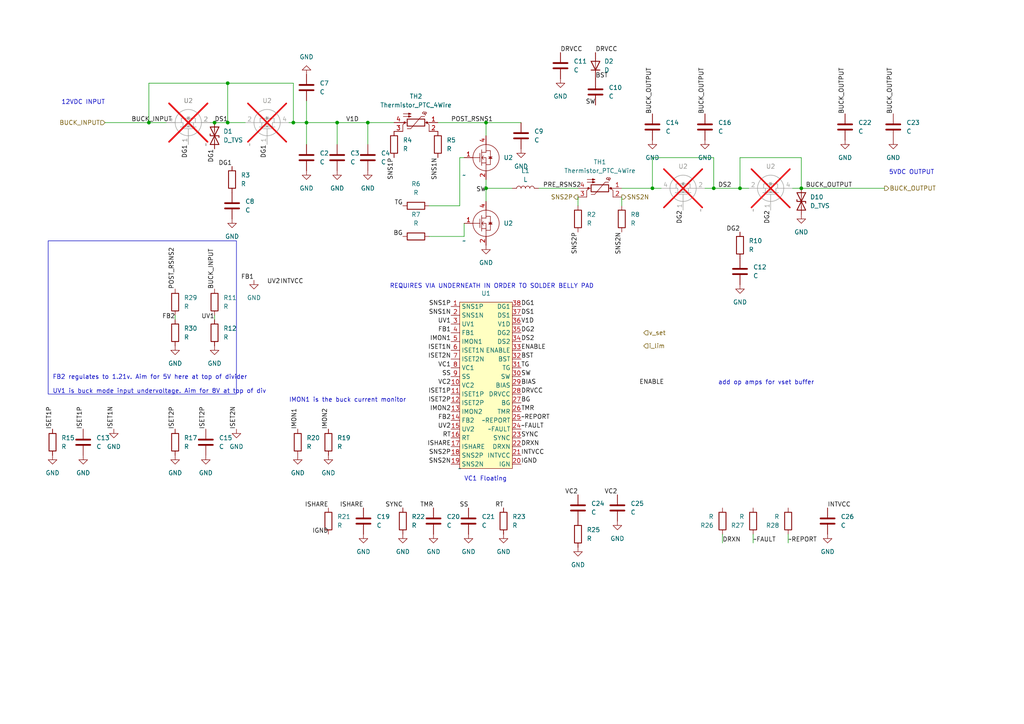
<source format=kicad_sch>
(kicad_sch (version 20230121) (generator eeschema)
  (paper "A4")
  (lib_symbols
    (symbol "Device:C" (pin_numbers hide) (pin_names (offset 0.254))
      (property "Reference" "C" (at 0.635 2.54 0))
      (property "Value" "C" (at 0.635 -2.54 0))
      (symbol "C_0_1"
        (polyline (pts (xy -2.032 -0.762) (xy 2.032 -0.762)) (stroke (width 0.508)))
        (polyline (pts (xy -2.032 0.762) (xy 2.032 0.762)) (stroke (width 0.508)))
      )
      (symbol "C_1_1"
        (pin passive line (at 0 3.81 270) (length 2.794) (name "~") (number "1"))
        (pin passive line (at 0 -3.81 90) (length 2.794) (name "~") (number "2"))
      )
    )
    (symbol "Device:D" (pin_numbers hide) (pin_names (offset 1.016) hide)
      (property "Reference" "D" (at 0 2.54 0))
      (property "Value" "D" (at 0 -2.54 0))
      (symbol "D_0_1"
        (polyline (pts (xy -1.27 1.27) (xy -1.27 -1.27)) (stroke (width 0.254)))
        (polyline (pts (xy 1.27 0) (xy -1.27 0)))
        (polyline (pts (xy 1.27 1.27) (xy 1.27 -1.27) (xy -1.27 0) (xy 1.27 1.27)) (stroke (width 0.254)))
      )
      (symbol "D_1_1"
        (pin passive line (at -3.81 0 0) (length 2.54) (name "K") (number "1"))
        (pin passive line (at 3.81 0 180) (length 2.54) (name "A") (number "2"))
      )
    )
    (symbol "Device:D_TVS" (pin_numbers hide) (pin_names (offset 1.016) hide)
      (property "Reference" "D" (at 0 2.54 0))
      (property "Value" "D_TVS" (at 0 -2.54 0))
      (symbol "D_TVS_0_1"
        (polyline (pts (xy 1.27 0) (xy -1.27 0)))
        (polyline (pts (xy 0.508 1.27) (xy 0 1.27) (xy 0 -1.27) (xy -0.508 -1.27)) (stroke (width 0.254)))
        (polyline (pts (xy -2.54 1.27) (xy -2.54 -1.27) (xy 2.54 1.27) (xy 2.54 -1.27) (xy -2.54 1.27)) (stroke (width 0.254)))
      )
      (symbol "D_TVS_1_1"
        (pin passive line (at -3.81 0 0) (length 2.54) (name "A1") (number "1"))
        (pin passive line (at 3.81 0 180) (length 2.54) (name "A2") (number "2"))
      )
    )
    (symbol "Device:L" (pin_numbers hide) (pin_names (offset 1.016) hide)
      (property "Reference" "L" (at -1.27 0 90))
      (property "Value" "L" (at 1.905 0 90))
      (symbol "L_0_1"
        (arc (start 0 -2.54) (mid 0.6323 -1.905) (end 0 -1.27))
        (arc (start 0 -1.27) (mid 0.6323 -0.635) (end 0 0))
        (arc (start 0 0) (mid 0.6323 0.635) (end 0 1.27))
        (arc (start 0 1.27) (mid 0.6323 1.905) (end 0 2.54))
      )
      (symbol "L_1_1"
        (pin passive line (at 0 3.81 270) (length 1.27) (name "1") (number "1"))
        (pin passive line (at 0 -3.81 90) (length 1.27) (name "2") (number "2"))
      )
    )
    (symbol "Device:R" (pin_numbers hide) (pin_names (offset 0))
      (property "Reference" "R" (at 2.032 0 90))
      (property "Value" "R" (at 0 0 90))
      (symbol "R_0_1"
        (rectangle (start -1.016 -2.54) (end 1.016 2.54) (stroke (width 0.254)))
      )
      (symbol "R_1_1"
        (pin passive line (at 0 3.81 270) (length 1.27) (name "~") (number "1"))
        (pin passive line (at 0 -3.81 90) (length 1.27) (name "~") (number "2"))
      )
    )
    (symbol "Device:Thermistor_PTC_4Wire" (pin_names (offset 0))
      (property "Reference" "TH" (at 1.905 1.905 0))
      (property "Value" "Thermistor_PTC_4Wire" (at 1.905 -0.635 0))
      (symbol "Thermistor_PTC_4Wire_0_1"
        (arc (start -3.048 2.159) (mid -3.0495 2.3143) (end -3.175 2.413))
        (arc (start -3.048 2.159) (mid -2.9736 1.9794) (end -2.794 1.905))
        (arc (start -3.048 2.794) (mid -2.9736 2.6144) (end -2.794 2.54))
        (arc (start -2.794 1.905) (mid -2.6144 1.9794) (end -2.54 2.159))
        (arc (start -2.794 2.54) (mid -2.4393 2.5587) (end -2.159 2.794))
        (arc (start -2.794 3.048) (mid -2.9736 2.9736) (end -3.048 2.794))
        (arc (start -2.54 2.794) (mid -2.6144 2.9736) (end -2.794 3.048))
        (rectangle (start -1.016 2.54) (end 1.016 -2.54) (stroke (width 0.254)))
        (circle (center 0 -3.302) (radius 0.254) (fill (type outline)))
        (polyline (pts (xy -2.54 2.159) (xy -2.54 2.794)))
        (polyline (pts (xy 0 -3.81) (xy 0 -2.54)))
        (polyline (pts (xy 0 3.175) (xy 0 3.175)))
        (polyline (pts (xy 0 3.81) (xy 0 2.54)))
        (polyline (pts (xy 2.54 -3.81) (xy 0.635 -3.81) (xy 0 -3.175)))
        (polyline (pts (xy 2.54 3.81) (xy 0.635 3.81) (xy 0 3.175)))
        (polyline (pts (xy -1.778 2.54) (xy -1.778 1.524) (xy 1.778 -1.524) (xy 1.778 -2.54)))
        (polyline (pts (xy -2.54 -3.683) (xy -2.54 -1.397) (xy -2.794 -2.159) (xy -2.286 -2.159) (xy -2.54 -1.397) (xy -2.54 -1.651)) (fill (type outline)))
        (polyline (pts (xy -1.778 -3.683) (xy -1.778 -1.397) (xy -2.032 -2.159) (xy -1.524 -2.159) (xy -1.778 -1.397) (xy -1.778 -1.651)) (fill (type outline)))
        (circle (center 0 3.175) (radius 0.254) (fill (type outline)))
      )
      (symbol "Thermistor_PTC_4Wire_1_1"
        (pin passive line (at 0 6.35 270) (length 2.54) (name "~") (number "1"))
        (pin passive line (at 2.54 6.35 270) (length 2.54) (name "~") (number "2"))
        (pin passive line (at 2.54 -6.35 90) (length 2.54) (name "~") (number "3"))
        (pin passive line (at 0 -6.35 90) (length 2.54) (name "~") (number "4"))
      )
    )
    (symbol "my parts:IPB032N10N5"
      (property "Reference" "U" (at 0 0 0))
      (symbol "IPB032N10N5_0_1"
        (polyline (pts (xy 4.572 6.35) (xy 4.572 3.81)))
        (polyline (pts (xy 5.08 7.366) (xy 5.08 2.794)))
        (polyline (pts (xy 6.35 3.556) (xy 5.08 3.556)))
        (polyline (pts (xy 6.35 6.604) (xy 5.08 6.604)))
        (polyline (pts (xy 6.35 6.604) (xy 6.35 8.89)))
        (polyline (pts (xy 2.54 5.08) (xy 4.318 5.08) (xy 4.572 5.08)))
        (polyline (pts (xy 7.62 5.334) (xy 7.62 7.112) (xy 6.35 7.112)))
        (polyline (pts (xy 8.128 5.334) (xy 7.112 5.334) (xy 7.62 5.334)))
        (polyline (pts (xy 6.35 1.27) (xy 6.35 5.08) (xy 5.08 5.08) (xy 5.588 5.588) (xy 5.08 5.08) (xy 5.588 4.572)))
        (polyline (pts (xy 6.35 3.048) (xy 7.62 3.048) (xy 7.62 4.826) (xy 8.128 4.826) (xy 7.62 5.334) (xy 7.112 4.826) (xy 7.62 4.826) (xy 7.62 5.334) (xy 7.874 5.08) (xy 7.62 4.826) (xy 7.366 5.08) (xy 7.366 4.826) (xy 7.874 4.826) (xy 7.874 5.08) (xy 7.366 5.08)))
        (circle (center 6.35 5.08) (radius 3.81))
      )
      (symbol "IPB032N10N5_1_1"
        (pin input line (at 0 5.08 0) (length 2.54) (name "") (number "1"))
        (pin input line (at 6.35 -1.27 90) (length 2.54) (name "") (number "2"))
        (pin input line (at 6.35 -1.27 90) (length 2.54) hide (name "") (number "3"))
        (pin input line (at 6.35 11.43 270) (length 2.54) (name "") (number "4"))
        (pin input line (at 6.35 -1.27 90) (length 2.54) hide (name "") (number "5"))
        (pin input line (at 6.35 -1.27 90) (length 2.54) hide (name "") (number "6"))
        (pin input line (at 6.35 -1.27 90) (length 2.54) hide (name "") (number "7"))
      )
    )
    (symbol "my parts:LT8228"
      (property "Reference" "U" (at 0 0 0))
      (symbol "LT8228_1_1"
        (rectangle (start 0 48.26) (end 15.24 0) (fill (type background)))
        (pin input line (at -2.54 46.99 0) (length 2.54) (name "SNS1P") (number "1"))
        (pin input line (at -2.54 24.13 0) (length 2.54) (name "VC2") (number "10"))
        (pin input line (at -2.54 21.59 0) (length 2.54) (name "ISET1P") (number "11"))
        (pin input line (at -2.54 19.05 0) (length 2.54) (name "ISET2P") (number "12"))
        (pin input line (at -2.54 16.51 0) (length 2.54) (name "IMON2") (number "13"))
        (pin input line (at -2.54 13.97 0) (length 2.54) (name "FB2") (number "14"))
        (pin input line (at -2.54 11.43 0) (length 2.54) (name "UV2") (number "15"))
        (pin input line (at -2.54 8.89 0) (length 2.54) (name "RT") (number "16"))
        (pin input line (at -2.54 6.35 0) (length 2.54) (name "ISHARE") (number "17"))
        (pin input line (at -2.54 3.81 0) (length 2.54) (name "SNS2P") (number "18"))
        (pin input line (at -2.54 1.27 0) (length 2.54) (name "SNS2N") (number "19"))
        (pin input line (at -2.54 44.45 0) (length 2.54) (name "SNS1N") (number "2"))
        (pin input line (at 17.78 1.27 180) (length 2.54) (name "IGN") (number "20"))
        (pin input line (at 17.78 3.81 180) (length 2.54) (name "INTVCC") (number "21"))
        (pin input line (at 17.78 6.35 180) (length 2.54) (name "DRXN") (number "22"))
        (pin input line (at 17.78 8.89 180) (length 2.54) (name "SYNC") (number "23"))
        (pin input line (at 17.78 11.43 180) (length 2.54) (name "~FAULT") (number "24"))
        (pin input line (at 17.78 13.97 180) (length 2.54) (name "~REPORT") (number "25"))
        (pin input line (at 17.78 16.51 180) (length 2.54) (name "TMR") (number "26"))
        (pin input line (at 17.78 19.05 180) (length 2.54) (name "BG") (number "27"))
        (pin input line (at 17.78 21.59 180) (length 2.54) (name "DRVCC") (number "28"))
        (pin input line (at 17.78 24.13 180) (length 2.54) (name "BIAS") (number "29"))
        (pin input line (at -2.54 41.91 0) (length 2.54) (name "UV1") (number "3"))
        (pin input line (at 17.78 26.67 180) (length 2.54) (name "SW") (number "30"))
        (pin input line (at 17.78 29.21 180) (length 2.54) (name "TG") (number "31"))
        (pin input line (at 17.78 31.75 180) (length 2.54) (name "BST") (number "32"))
        (pin input line (at 17.78 34.29 180) (length 2.54) (name "ENABLE") (number "33"))
        (pin input line (at 17.78 36.83 180) (length 2.54) (name "DS2") (number "34"))
        (pin input line (at 17.78 39.37 180) (length 2.54) (name "DG2") (number "35"))
        (pin input line (at 17.78 41.91 180) (length 2.54) (name "V1D") (number "36"))
        (pin input line (at 17.78 44.45 180) (length 2.54) (name "DS1") (number "37"))
        (pin input line (at 17.78 46.99 180) (length 2.54) (name "DG1") (number "38"))
        (pin input line (at -2.54 39.37 0) (length 2.54) (name "FB1") (number "4"))
        (pin input line (at -2.54 36.83 0) (length 2.54) (name "IMON1") (number "5"))
        (pin input line (at -2.54 34.29 0) (length 2.54) (name "ISET1N") (number "6"))
        (pin input line (at -2.54 31.75 0) (length 2.54) (name "ISET2N") (number "7"))
        (pin input line (at -2.54 29.21 0) (length 2.54) (name "VC1") (number "8"))
        (pin input line (at -2.54 26.67 0) (length 2.54) (name "SS") (number "9"))
      )
    )
    (symbol "power:GND" (power) (pin_names (offset 0))
      (property "Value" "GND" (at 0 -3.81 0))
      (symbol "GND_0_1"
        (polyline (pts (xy 0 0) (xy 0 -1.27) (xy 1.27 -1.27) (xy 0 -2.54) (xy -1.27 -1.27) (xy 0 -1.27)))
      )
      (symbol "GND_1_1"
        (pin power_in line (at 0 0 270) (length 0) hide (name "GND") (number "1"))
      )
    )
  )
  (junction (at 207.01 54.61))
  (junction (at 85.09 35.56))
  (junction (at 43.18 35.56))
  (junction (at 66.04 35.56))
  (junction (at 66.04 24.13))
  (junction (at 189.23 54.61))
  (junction (at 232.41 54.61))
  (junction (at 214.63 54.61))
  (junction (at 140.97 54.61))
  (junction (at 88.9 35.56))
  (junction (at 106.68 35.56))
  (junction (at 140.97 35.56))
  (junction (at 97.79 35.56))
  (junction (at 62.23 35.56))
  (wire (pts (xy 43.18 35.56) (xy 48.26 35.56)))
  (wire (pts (xy 207.01 54.61) (xy 214.63 54.61)))
  (wire (pts (xy 106.68 35.56) (xy 114.3 35.56)))
  (wire (pts (xy 106.68 35.56) (xy 106.68 41.91)))
  (wire (pts (xy 43.18 35.56) (xy 43.18 24.13)))
  (wire (pts (xy 167.64 59.69) (xy 167.64 57.15)))
  (wire (pts (xy 97.79 35.56) (xy 97.79 41.91)))
  (wire (pts (xy 88.9 29.21) (xy 88.9 35.56)))
  (wire (pts (xy 66.04 35.56) (xy 66.04 24.13)))
  (wire (pts (xy 189.23 54.61) (xy 189.23 45.72)))
  (wire (pts (xy 62.23 91.44) (xy 62.23 92.71)))
  (wire (pts (xy 189.23 54.61) (xy 191.77 54.61)))
  (wire (pts (xy 140.97 35.56) (xy 151.13 35.56)))
  (wire (pts (xy 134.62 45.72) (xy 133.35 45.72)))
  (wire (pts (xy 133.35 45.72) (xy 133.35 59.69)))
  (wire (pts (xy 214.63 45.72) (xy 232.41 45.72)))
  (wire (pts (xy 209.55 157.48) (xy 209.55 154.94)))
  (wire (pts (xy 140.97 35.56) (xy 140.97 39.37)))
  (wire (pts (xy 156.21 54.61) (xy 167.64 54.61)))
  (wire (pts (xy 30.48 35.56) (xy 43.18 35.56)))
  (wire (pts (xy 189.23 45.72) (xy 207.01 45.72)))
  (wire (pts (xy 140.97 54.61) (xy 148.59 54.61)))
  (wire (pts (xy 133.35 59.69) (xy 124.46 59.69)))
  (wire (pts (xy 228.6 154.94) (xy 228.6 157.48)))
  (wire (pts (xy 180.34 59.69) (xy 180.34 57.15)))
  (wire (pts (xy 50.8 91.44) (xy 50.8 92.71)))
  (wire (pts (xy 229.87 54.61) (xy 232.41 54.61)))
  (wire (pts (xy 180.34 54.61) (xy 189.23 54.61)))
  (wire (pts (xy 204.47 54.61) (xy 207.01 54.61)))
  (wire (pts (xy 97.79 35.56) (xy 106.68 35.56)))
  (wire (pts (xy 232.41 54.61) (xy 256.54 54.61)))
  (wire (pts (xy 214.63 54.61) (xy 217.17 54.61)))
  (wire (pts (xy 88.9 35.56) (xy 97.79 35.56)))
  (wire (pts (xy 127 35.56) (xy 140.97 35.56)))
  (wire (pts (xy 134.62 68.58) (xy 134.62 64.77)))
  (wire (pts (xy 140.97 52.07) (xy 140.97 54.61)))
  (wire (pts (xy 66.04 24.13) (xy 85.09 24.13)))
  (wire (pts (xy 85.09 35.56) (xy 85.09 24.13)))
  (wire (pts (xy 60.96 35.56) (xy 62.23 35.56)))
  (wire (pts (xy 124.46 68.58) (xy 134.62 68.58)))
  (wire (pts (xy 218.44 154.94) (xy 218.44 157.48)))
  (wire (pts (xy 88.9 35.56) (xy 88.9 41.91)))
  (wire (pts (xy 43.18 24.13) (xy 66.04 24.13)))
  (wire (pts (xy 232.41 45.72) (xy 232.41 54.61)))
  (wire (pts (xy 214.63 45.72) (xy 214.63 54.61)))
  (wire (pts (xy 207.01 45.72) (xy 207.01 54.61)))
  (wire (pts (xy 140.97 54.61) (xy 140.97 58.42)))
  (wire (pts (xy 62.23 35.56) (xy 66.04 35.56)))
  (wire (pts (xy 85.09 35.56) (xy 88.9 35.56)))
  (wire (pts (xy 66.04 35.56) (xy 71.12 35.56)))
  (wire (pts (xy 83.82 35.56) (xy 85.09 35.56)))
  (rectangle (start 13.97 69.85) (end 68.58 114.3))
  (text "FB2 regulates to 1.21v. Aim for 5V here at top of divider\n\nUV1 is buck mode input undervoltage. Aim for 8V at top of div" (at 15.24 114.3 0) (effects (font (size 1.27 1.27)) (justify left bottom)))
  (text "VC1 Floating\n" (at 134.62 139.7 0) (effects (font (size 1.27 1.27)) (justify left bottom)))
  (text "REQUIRES VIA UNDERNEATH IN ORDER TO SOLDER BELLY PAD" (at 113.03 83.82 0) (effects (font (size 1.27 1.27)) (justify left bottom)))
  (text "add op amps for vset buffer" (at 208.28 111.76 0) (effects (font (size 1.27 1.27)) (justify left bottom)))
  (text "5VDC OUTPUT\n" (at 257.81 50.8 0) (effects (font (size 1.27 1.27)) (justify left bottom)))
  (text "IMON1 is the buck current monitor" (at 83.82 116.84 0) (effects (font (size 1.27 1.27)) (justify left bottom)))
  (text "12VDC INPUT" (at 17.78 30.48 0) (effects (font (size 1.27 1.27)) (justify left bottom)))
  (label "UV2" (at 81.28 82.55 180))
  (label "TMR" (at 151.13 119.38 0))
  (label "ISET2N" (at 68.58 124.46 90))
  (label "BUCK_OUTPUT" (at 259.08 33.02 90))
  (label "DS1" (at 151.13 91.44 0))
  (label "DRXN" (at 151.13 129.54 0))
  (label "V1D" (at 151.13 93.98 0))
  (label "PRE_RSNS2" (at 157.48 54.61 0))
  (label "ENABLE" (at 185.42 111.76 0))
  (label "ISHARE" (at 95.25 147.32 180))
  (label "BST" (at 151.13 104.14 0))
  (label "~REPORT" (at 228.6 157.48 0))
  (label "DG1" (at 151.13 88.9 0))
  (label "DG1" (at 77.47 41.91 270))
  (label "FB2" (at 130.81 121.92 180))
  (label "ISET2N" (at 130.81 104.14 180))
  (label "DG1" (at 54.61 41.91 270))
  (label "DG2" (at 198.12 60.96 270))
  (label "ISHARE" (at 130.81 129.54 180))
  (label "~FAULT" (at 151.13 124.46 0))
  (label "TG" (at 151.13 106.68 0))
  (label "IGND" (at 95.25 154.94 180))
  (label "FB1" (at 130.81 96.52 180))
  (label "ISET2P" (at 50.8 124.46 90))
  (label "UV2" (at 130.81 124.46 180))
  (label "SS" (at 135.89 147.32 180))
  (label "ISET1P" (at 24.13 124.46 90))
  (label "ISET1N" (at 33.02 124.46 90))
  (label "SW" (at 151.13 109.22 0))
  (label "VC2" (at 167.64 143.51 180))
  (label "INTVCC" (at 240.03 147.32 0))
  (label "DG1" (at 67.31 48.26 180))
  (label "POST_RSNS1" (at 130.81 35.56 0))
  (label "~REPORT" (at 151.13 121.92 0))
  (label "BIAS" (at 151.13 111.76 0))
  (label "TG" (at 116.84 59.69 180))
  (label "VC2" (at 179.07 143.51 180))
  (label "UV1" (at 130.81 93.98 180))
  (label "IGND" (at 151.13 134.62 0))
  (label "DG2" (at 223.52 60.96 270))
  (label "DS1" (at 62.23 35.56 0))
  (label "ISET1P" (at 130.81 114.3 180))
  (label "FB2" (at 50.8 92.71 180))
  (label "SNS2N" (at 180.34 67.31 270))
  (label "ISET1N" (at 130.81 101.6 180))
  (label "DG2" (at 214.63 67.31 180))
  (label "SNS1P" (at 130.81 88.9 180))
  (label "RT" (at 146.05 147.32 180))
  (label "UV1" (at 62.23 92.71 180))
  (label "DRVCC" (at 151.13 114.3 0))
  (label "SNS1N" (at 130.81 91.44 180))
  (label "SS" (at 130.81 109.22 180))
  (label "TMR" (at 125.73 147.32 180))
  (label "SNS1P" (at 114.3 45.72 270))
  (label "SNS2N" (at 130.81 134.62 180))
  (label "INTVCC" (at 151.13 132.08 0))
  (label "BG" (at 116.84 68.58 180))
  (label "BUCK_INPUT" (at 62.23 83.82 90))
  (label "SYNC" (at 116.84 147.32 180))
  (label "IMON2" (at 95.25 124.46 90))
  (label "SNS2P" (at 130.81 132.08 180))
  (label "ISET2P" (at 130.81 116.84 180))
  (label "POST_RSNS2" (at 50.8 83.82 90))
  (label "FB1" (at 73.66 81.28 180))
  (label "INTVCC" (at 81.28 82.55 0))
  (label "SYNC" (at 151.13 127 0))
  (label "ISHARE" (at 105.41 147.32 180))
  (label "DG2" (at 151.13 96.52 0))
  (label "BG" (at 151.13 116.84 0))
  (label "DRVCC" (at 172.72 15.24 0))
  (label "ISET1P" (at 15.24 124.46 90))
  (label "BUCK_OUTPUT" (at 233.68 54.61 0))
  (label "DRXN" (at 209.55 157.48 0))
  (label "V1D" (at 100.33 35.56 0))
  (label "ISET2P" (at 59.69 124.46 90))
  (label "DS2" (at 151.13 99.06 0))
  (label "SNS2P" (at 167.64 67.31 270))
  (label "BUCK_OUTPUT" (at 245.11 33.02 90))
  (label "ENABLE" (at 151.13 101.6 0))
  (label "BST" (at 172.72 22.86 0))
  (label "BUCK_INPUT" (at 38.1 35.56 0))
  (label "SNS1N" (at 127 45.72 270))
  (label "DG1" (at 62.23 43.18 270))
  (label "BUCK_OUTPUT" (at 204.47 33.02 90))
  (label "VC1" (at 130.81 106.68 180))
  (label "VC2" (at 130.81 111.76 180))
  (label "~FAULT" (at 218.44 157.48 0))
  (label "DRVCC" (at 162.56 15.24 0))
  (label "IMON1" (at 86.36 124.46 90))
  (label "BUCK_OUTPUT" (at 189.23 33.02 90))
  (label "IMON2" (at 130.81 119.38 180))
  (label "DS2" (at 208.28 54.61 0))
  (label "RT" (at 130.81 127 180))
  (label "SW" (at 172.72 30.48 180))
  (label "SW" (at 140.97 55.88 180))
  (label "IMON1" (at 130.81 99.06 180))
  (hierarchical_label "v_set" (shape input) (at 186.69 96.52 0))
  (hierarchical_label "SNS2N" (shape output) (at 180.34 57.15 0))
  (hierarchical_label "SNS2P" (shape output) (at 167.64 57.15 180))
  (hierarchical_label "BUCK_OUTPUT" (shape output) (at 256.54 54.61 0))
  (hierarchical_label "BUCK_INPUT" (shape input) (at 30.48 35.56 180))
  (hierarchical_label "i_lim" (shape input) (at 186.69 100.33 0))
  (symbol (lib_id "Device:C") (at 135.89 151.13 0) (unit 1)
    (property "Reference" "C21" (at 139.7 149.86 0) (effects (justify left)))
    (property "Value" "C" (at 139.7 152.4 0) (effects (justify left)))
    (property "Footprint" "Capacitor_SMD:C_0603_1608Metric_Pad1.08x0.95mm_HandSolder" (effects hide))
  )
  (symbol (lib_id "Device:C") (at 106.68 45.72 0) (unit 1)
    (property "Reference" "C4" (at 110.49 44.45 0) (effects (justify left)))
    (property "Value" "C" (at 110.49 46.99 0) (effects (justify left)))
    (property "Footprint" "Capacitor_SMD:C_2220_5650Metric_Pad1.97x5.40mm_HandSolder" (effects hide))
  )
  (symbol (lib_id "Device:C") (at 67.31 59.69 0) (unit 1)
    (property "Reference" "C8" (at 71.12 58.42 0) (effects (justify left)))
    (property "Value" "C" (at 71.12 60.96 0) (effects (justify left)))
    (property "Footprint" "Capacitor_SMD:C_0603_1608Metric_Pad1.08x0.95mm_HandSolder" (effects hide))
  )
  (symbol (lib_id "power:GND") (at 125.73 154.94 0) (unit 1)
    (property "Reference" "#PWR029" (effects hide))
    (property "Value" "GND" (at 125.73 160.02 0))
  )
  (symbol (lib_id "Device:R") (at 218.44 151.13 0) (unit 1)
    (property "Reference" "R27" (at 215.9 152.4 0) (effects (justify right)))
    (property "Value" "R" (at 215.9 149.86 0) (effects (justify right)))
    (property "Footprint" "Resistor_SMD:R_0603_1608Metric_Pad0.98x0.95mm_HandSolder" (effects hide))
  )
  (symbol (lib_id "power:GND") (at 95.25 132.08 0) (unit 1)
    (property "Reference" "#PWR025" (effects hide))
    (property "Value" "GND" (at 95.25 137.16 0))
  )
  (symbol (lib_id "Device:R") (at 15.24 128.27 180) (unit 1)
    (property "Reference" "R15" (at 17.78 127 0) (effects (justify right)))
    (property "Value" "R" (at 17.78 129.54 0) (effects (justify right)))
    (property "Footprint" "Resistor_SMD:R_0603_1608Metric_Pad0.98x0.95mm_HandSolder" (effects hide))
  )
  (symbol (lib_id "Device:R") (at 180.34 63.5 0) (unit 1)
    (property "Reference" "R8" (at 182.88 62.23 0) (effects (justify left)))
    (property "Value" "R" (at 182.88 64.77 0) (effects (justify left)))
    (property "Footprint" "Resistor_SMD:R_0603_1608Metric_Pad0.98x0.95mm_HandSolder" (effects hide))
  )
  (symbol (lib_id "Device:C") (at 162.56 19.05 0) (unit 1)
    (property "Reference" "C11" (at 166.37 17.78 0) (effects (justify left)))
    (property "Value" "C" (at 166.37 20.32 0) (effects (justify left)))
    (property "Footprint" "Capacitor_SMD:C_0603_1608Metric_Pad1.08x0.95mm_HandSolder" (effects hide))
  )
  (symbol (lib_id "Device:C") (at 179.07 147.32 0) (unit 1)
    (property "Reference" "C25" (at 182.88 146.05 0) (effects (justify left)))
    (property "Value" "C" (at 182.88 148.59 0) (effects (justify left)))
    (property "Footprint" "Capacitor_SMD:C_0603_1608Metric_Pad1.08x0.95mm_HandSolder" (effects hide))
  )
  (symbol (lib_id "Device:Thermistor_PTC_4Wire") (at 173.99 54.61 270) (unit 1)
    (property "Reference" "TH1" (at 173.99 46.99 90))
    (property "Value" "Thermistor_PTC_4Wire" (at 173.99 49.53 90))
    (property "Footprint" "Resistor_SMD:R_Shunt_Vishay_WSKW0612" (effects hide))
  )
  (symbol (lib_id "power:GND") (at 50.8 132.08 0) (unit 1)
    (property "Reference" "#PWR019" (effects hide))
    (property "Value" "GND" (at 50.8 137.16 0))
  )
  (symbol (lib_id "power:GND") (at 97.79 49.53 0) (unit 1)
    (property "Reference" "#PWR03" (effects hide))
    (property "Value" "GND" (at 97.79 54.61 0))
  )
  (symbol (lib_id "Device:C") (at 125.73 151.13 0) (unit 1)
    (property "Reference" "C20" (at 129.54 149.86 0) (effects (justify left)))
    (property "Value" "C" (at 129.54 152.4 0) (effects (justify left)))
    (property "Footprint" "Capacitor_SMD:C_0603_1608Metric_Pad1.08x0.95mm_HandSolder" (effects hide))
  )
  (symbol (lib_id "Device:C") (at 24.13 128.27 0) (unit 1)
    (property "Reference" "C13" (at 27.94 127 0) (effects (justify left)))
    (property "Value" "C" (at 27.94 129.54 0) (effects (justify left)))
    (property "Footprint" "Capacitor_SMD:C_0603_1608Metric_Pad1.08x0.95mm_HandSolder" (effects hide))
  )
  (symbol (lib_id "Device:R") (at 116.84 151.13 180) (unit 1)
    (property "Reference" "R22" (at 119.38 149.86 0) (effects (justify right)))
    (property "Value" "R" (at 119.38 152.4 0) (effects (justify right)))
    (property "Footprint" "Resistor_SMD:R_0603_1608Metric_Pad0.98x0.95mm_HandSolder" (effects hide))
  )
  (symbol (lib_id "Device:C") (at 88.9 45.72 0) (unit 1)
    (property "Reference" "C2" (at 92.71 44.45 0) (effects (justify left)))
    (property "Value" "C" (at 92.71 46.99 0) (effects (justify left)))
    (property "Footprint" "Capacitor_SMD:C_2220_5650Metric_Pad1.97x5.40mm_HandSolder" (effects hide))
  )
  (symbol (lib_id "Device:C") (at 151.13 39.37 0) (unit 1)
    (property "Reference" "C9" (at 154.94 38.1 0) (effects (justify left)))
    (property "Value" "C" (at 154.94 40.64 0) (effects (justify left)))
    (property "Footprint" "Capacitor_SMD:C_0603_1608Metric_Pad1.08x0.95mm_HandSolder" (effects hide))
  )
  (symbol (lib_id "Device:C") (at 204.47 36.83 0) (unit 1)
    (property "Reference" "C16" (at 208.28 35.56 0) (effects (justify left)))
    (property "Value" "C" (at 208.28 38.1 0) (effects (justify left)))
    (property "Footprint" "Capacitor_SMD:C_2220_5650Metric_Pad1.97x5.40mm_HandSolder" (effects hide))
  )
  (symbol (lib_id "power:GND") (at 116.84 154.94 0) (unit 1)
    (property "Reference" "#PWR028" (effects hide))
    (property "Value" "GND" (at 116.84 160.02 0))
  )
  (symbol (lib_id "my parts:IPB032N10N5") (at 134.62 50.8 0) (unit 1)
    (property "Reference" "U2" (at 146.05 45.72 0) (effects (justify left)))
    (property "Value" "~" (at 134.62 50.8 0))
    (property "Footprint" "Package_TO_SOT_SMD:TO-263-6" (effects hide))
    (instances (project "hp_common_slot" (path "" (reference "U2") (unit 1)) (path "" (reference "U1") (unit 1)) (path "" (reference "U6") (unit 1))))
  )
  (symbol (lib_id "Device:C") (at 105.41 151.13 0) (unit 1)
    (property "Reference" "C19" (at 109.22 149.86 0) (effects (justify left)))
    (property "Value" "C" (at 109.22 152.4 0) (effects (justify left)))
    (property "Footprint" "Capacitor_SMD:C_0603_1608Metric_Pad1.08x0.95mm_HandSolder" (effects hide))
  )
  (symbol (lib_id "power:GND") (at 167.64 158.75 0) (unit 1)
    (property "Reference" "#PWR034" (effects hide))
    (property "Value" "GND" (at 167.64 163.83 0))
  )
  (symbol (lib_id "Device:C") (at 259.08 36.83 0) (unit 1)
    (property "Reference" "C23" (at 262.89 35.56 0) (effects (justify left)))
    (property "Value" "C" (at 262.89 38.1 0) (effects (justify left)))
    (property "Footprint" "Capacitor_SMD:C_2220_5650Metric_Pad1.97x5.40mm_HandSolder" (effects hide))
  )
  (symbol (lib_id "Device:L") (at 152.4 54.61 90) (unit 1)
    (property "Reference" "L1" (at 152.4 49.53 90))
    (property "Value" "L" (at 152.4 52.07 90))
    (property "Footprint" "Inductor_SMD:L_Coilcraft_XAL1580-102" (effects hide))
  )
  (symbol (lib_id "Device:R") (at 167.64 154.94 180) (unit 1)
    (property "Reference" "R25" (at 170.18 153.67 0) (effects (justify right)))
    (property "Value" "R" (at 170.18 156.21 0) (effects (justify right)))
    (property "Footprint" "Resistor_SMD:R_0603_1608Metric_Pad0.98x0.95mm_HandSolder" (effects hide))
  )
  (symbol (lib_id "Device:R") (at 95.25 151.13 180) (unit 1)
    (property "Reference" "R21" (at 97.79 149.86 0) (effects (justify right)))
    (property "Value" "R" (at 97.79 152.4 0) (effects (justify right)))
    (property "Footprint" "Resistor_SMD:R_0603_1608Metric_Pad0.98x0.95mm_HandSolder" (effects hide))
  )
  (symbol (lib_id "Device:R") (at 209.55 151.13 0) (unit 1)
    (property "Reference" "R26" (at 207.01 152.4 0) (effects (justify right)))
    (property "Value" "R" (at 207.01 149.86 0) (effects (justify right)))
    (property "Footprint" "Resistor_SMD:R_0603_1608Metric_Pad0.98x0.95mm_HandSolder" (effects hide))
  )
  (symbol (lib_id "my parts:LT8228") (at 133.35 135.89 0) (unit 1)
    (property "Reference" "U1" (at 140.97 85.09 0))
    (property "Value" "~" (at 133.35 135.89 0))
    (property "Footprint" "Package_SO:TSSOP-38_4.4x9.7mm_P0.5mm" (effects hide))
    (instances (project "hp_common_slot" (path "" (reference "U1") (unit 1)) (path "" (reference "U2") (unit 1)) (path "" (reference "U4") (unit 1))))
  )
  (symbol (lib_id "power:GND") (at 59.69 132.08 0) (unit 1)
    (property "Reference" "#PWR020" (effects hide))
    (property "Value" "GND" (at 59.69 137.16 0))
  )
  (symbol (lib_id "power:GND") (at 151.13 43.18 0) (unit 1)
    (property "Reference" "#PWR010" (effects hide))
    (property "Value" "GND" (at 151.13 48.26 0))
  )
  (symbol (lib_id "Device:R") (at 86.36 128.27 180) (unit 1)
    (property "Reference" "R20" (at 88.9 127 0) (effects (justify right)))
    (property "Value" "R" (at 88.9 129.54 0) (effects (justify right)))
    (property "Footprint" "Resistor_SMD:R_0603_1608Metric_Pad0.98x0.95mm_HandSolder" (effects hide))
  )
  (symbol (lib_id "Device:C") (at 245.11 36.83 0) (unit 1)
    (property "Reference" "C22" (at 248.92 35.56 0) (effects (justify left)))
    (property "Value" "C" (at 248.92 38.1 0) (effects (justify left)))
    (property "Footprint" "Capacitor_SMD:C_2220_5650Metric_Pad1.97x5.40mm_HandSolder" (effects hide))
  )
  (symbol (lib_id "power:GND") (at 204.47 40.64 0) (unit 1)
    (property "Reference" "#PWR018" (effects hide))
    (property "Value" "GND" (at 204.47 45.72 0))
  )
  (symbol (lib_id "power:GND") (at 67.31 63.5 0) (unit 1)
    (property "Reference" "#PWR09" (effects hide))
    (property "Value" "GND" (at 67.31 68.58 0))
  )
  (symbol (lib_id "Device:R") (at 127 41.91 0) (unit 1)
    (property "Reference" "R5" (at 129.54 40.64 0) (effects (justify left)))
    (property "Value" "R" (at 129.54 43.18 0) (effects (justify left)))
    (property "Footprint" "Resistor_SMD:R_0603_1608Metric_Pad0.98x0.95mm_HandSolder" (effects hide))
  )
  (symbol (lib_id "Device:C") (at 59.69 128.27 0) (unit 1)
    (property "Reference" "C15" (at 63.5 127 0) (effects (justify left)))
    (property "Value" "C" (at 63.5 129.54 0) (effects (justify left)))
    (property "Footprint" "Capacitor_SMD:C_0603_1608Metric_Pad1.08x0.95mm_HandSolder" (effects hide))
  )
  (symbol (lib_id "power:GND") (at 232.41 62.23 0) (unit 1)
    (property "Reference" "#PWR01" (effects hide))
    (property "Value" "GND" (at 232.41 67.31 0))
  )
  (symbol (lib_id "Device:C") (at 172.72 26.67 0) (unit 1)
    (property "Reference" "C10" (at 176.53 25.4 0) (effects (justify left)))
    (property "Value" "C" (at 176.53 27.94 0) (effects (justify left)))
    (property "Footprint" "Capacitor_SMD:C_0603_1608Metric_Pad1.08x0.95mm_HandSolder" (effects hide))
  )
  (symbol (lib_id "Device:C") (at 97.79 45.72 0) (unit 1)
    (property "Reference" "C3" (at 101.6 44.45 0) (effects (justify left)))
    (property "Value" "C" (at 101.6 46.99 0) (effects (justify left)))
    (property "Footprint" "Capacitor_SMD:C_2220_5650Metric_Pad1.97x5.40mm_HandSolder" (effects hide))
  )
  (symbol (lib_id "power:GND") (at 15.24 132.08 0) (unit 1)
    (property "Reference" "#PWR015" (effects hide))
    (property "Value" "GND" (at 15.24 137.16 0))
  )
  (symbol (lib_id "power:GND") (at 86.36 132.08 0) (unit 1)
    (property "Reference" "#PWR023" (effects hide))
    (property "Value" "GND" (at 86.36 137.16 0))
  )
  (symbol (lib_id "Device:C") (at 167.64 147.32 0) (unit 1)
    (property "Reference" "C24" (at 171.45 146.05 0) (effects (justify left)))
    (property "Value" "C" (at 171.45 148.59 0) (effects (justify left)))
    (property "Footprint" "Capacitor_SMD:C_0603_1608Metric_Pad1.08x0.95mm_HandSolder" (effects hide))
  )
  (symbol (lib_id "power:GND") (at 105.41 154.94 0) (unit 1)
    (property "Reference" "#PWR027" (effects hide))
    (property "Value" "GND" (at 105.41 160.02 0))
  )
  (symbol (lib_id "power:GND") (at 33.02 124.46 0) (unit 1)
    (property "Reference" "#PWR017" (effects hide))
    (property "Value" "GND" (at 33.02 129.54 0))
  )
  (symbol (lib_id "Device:C") (at 240.03 151.13 0) (unit 1)
    (property "Reference" "C26" (at 243.84 149.86 0) (effects (justify left)))
    (property "Value" "C" (at 243.84 152.4 0) (effects (justify left)))
    (property "Footprint" "Capacitor_SMD:C_0603_1608Metric_Pad1.08x0.95mm_HandSolder" (effects hide))
  )
  (symbol (lib_id "my parts:IPB032N10N5") (at 203.2 60.96 90) (unit 1) (on_board no) (dnp yes)
    (property "Reference" "U2" (at 198.12 48.26 90))
    (property "Value" "~" (at 203.2 60.96 0))
    (property "Footprint" "Package_TO_SOT_SMD:TO-263-6" (effects hide))
    (instances (project "hp_common_slot" (path "" (reference "U2") (unit 1)) (path "" (reference "U1") (unit 1)) (path "" (reference "U8") (unit 1))))
  )
  (symbol (lib_id "power:GND") (at 24.13 132.08 0) (unit 1)
    (property "Reference" "#PWR016" (effects hide))
    (property "Value" "GND" (at 24.13 137.16 0))
  )
  (symbol (lib_id "power:GND") (at 259.08 40.64 0) (unit 1)
    (property "Reference" "#PWR032" (effects hide))
    (property "Value" "GND" (at 259.08 45.72 0))
  )
  (symbol (lib_id "my parts:IPB032N10N5") (at 72.39 41.91 270) (mirror x) (unit 1) (on_board no) (dnp yes)
    (property "Reference" "U2" (at 77.47 29.21 90))
    (property "Value" "~" (at 72.39 41.91 0))
    (property "Footprint" "Package_TO_SOT_SMD:TO-263-6" (effects hide))
    (instances (project "hp_common_slot" (path "" (reference "U2") (unit 1)) (path "" (reference "U1") (unit 1)) (path "" (reference "U5") (unit 1))))
  )
  (symbol (lib_id "my parts:IPB032N10N5") (at 59.69 41.91 90) (unit 1) (on_board no) (dnp yes)
    (property "Reference" "U2" (at 54.61 29.21 90))
    (property "Value" "~" (at 59.69 41.91 0))
    (property "Footprint" "Package_TO_SOT_SMD:TO-263-6" (effects hide))
    (instances (project "hp_common_slot" (path "" (reference "U2") (unit 1)) (path "" (reference "U1") (unit 1)) (path "" (reference "U3") (unit 1))))
  )
  (symbol (lib_id "power:GND") (at 179.07 151.13 0) (unit 1)
    (property "Reference" "#PWR035" (effects hide))
    (property "Value" "GND" (at 179.07 156.21 0))
  )
  (symbol (lib_id "Device:R") (at 146.05 151.13 180) (unit 1)
    (property "Reference" "R23" (at 148.59 149.86 0) (effects (justify right)))
    (property "Value" "R" (at 148.59 152.4 0) (effects (justify right)))
    (property "Footprint" "Resistor_SMD:R_0603_1608Metric_Pad0.98x0.95mm_HandSolder" (effects hide))
  )
  (symbol (lib_id "Device:R") (at 62.23 96.52 180) (unit 1)
    (property "Reference" "R12" (at 64.77 95.25 0) (effects (justify right)))
    (property "Value" "R" (at 64.77 97.79 0) (effects (justify right)))
    (property "Footprint" "Resistor_SMD:R_0603_1608Metric_Pad0.98x0.95mm_HandSolder" (effects hide))
  )
  (symbol (lib_id "power:GND") (at 88.9 49.53 0) (unit 1)
    (property "Reference" "#PWR02" (effects hide))
    (property "Value" "GND" (at 88.9 54.61 0))
  )
  (symbol (lib_id "power:GND") (at 245.11 40.64 0) (unit 1)
    (property "Reference" "#PWR026" (effects hide))
    (property "Value" "GND" (at 245.11 45.72 0))
  )
  (symbol (lib_id "power:GND") (at 68.58 124.46 0) (unit 1)
    (property "Reference" "#PWR021" (effects hide))
    (property "Value" "GND" (at 68.58 129.54 0))
  )
  (symbol (lib_id "power:GND") (at 135.89 154.94 0) (unit 1)
    (property "Reference" "#PWR030" (effects hide))
    (property "Value" "GND" (at 135.89 160.02 0))
  )
  (symbol (lib_id "Device:R") (at 214.63 71.12 180) (unit 1)
    (property "Reference" "R10" (at 217.17 69.85 0) (effects (justify right)))
    (property "Value" "R" (at 217.17 72.39 0) (effects (justify right)))
    (property "Footprint" "Resistor_SMD:R_0603_1608Metric_Pad0.98x0.95mm_HandSolder" (effects hide))
  )
  (symbol (lib_id "Device:R") (at 95.25 128.27 180) (unit 1)
    (property "Reference" "R19" (at 97.79 127 0) (effects (justify right)))
    (property "Value" "R" (at 97.79 129.54 0) (effects (justify right)))
    (property "Footprint" "Resistor_SMD:R_0603_1608Metric_Pad0.98x0.95mm_HandSolder" (effects hide))
  )
  (symbol (lib_id "Device:C") (at 88.9 25.4 0) (unit 1)
    (property "Reference" "C7" (at 92.71 24.13 0) (effects (justify left)))
    (property "Value" "C" (at 92.71 26.67 0) (effects (justify left)))
    (property "Footprint" "Capacitor_SMD:C_2220_5650Metric_Pad1.97x5.40mm_HandSolder" (effects hide))
  )
  (symbol (lib_id "Device:R") (at 50.8 128.27 180) (unit 1)
    (property "Reference" "R17" (at 53.34 127 0) (effects (justify right)))
    (property "Value" "R" (at 53.34 129.54 0) (effects (justify right)))
    (property "Footprint" "Resistor_SMD:R_0603_1608Metric_Pad0.98x0.95mm_HandSolder" (effects hide))
  )
  (symbol (lib_id "my parts:IPB032N10N5") (at 218.44 60.96 270) (mirror x) (unit 1) (on_board no) (dnp yes)
    (property "Reference" "U2" (at 223.52 48.26 90))
    (property "Value" "~" (at 218.44 60.96 0))
    (property "Footprint" "Package_TO_SOT_SMD:TO-263-6" (effects hide))
    (instances (project "hp_common_slot" (path "" (reference "U2") (unit 1)) (path "" (reference "U1") (unit 1)) (path "" (reference "U9") (unit 1))))
  )
  (symbol (lib_id "power:GND") (at 140.97 71.12 0) (unit 1)
    (property "Reference" "#PWR08" (effects hide))
    (property "Value" "GND" (at 140.97 76.2 0))
  )
  (symbol (lib_id "Device:R") (at 228.6 151.13 0) (unit 1)
    (property "Reference" "R28" (at 226.06 152.4 0) (effects (justify right)))
    (property "Value" "R" (at 226.06 149.86 0) (effects (justify right)))
    (property "Footprint" "Resistor_SMD:R_0603_1608Metric_Pad0.98x0.95mm_HandSolder" (effects hide))
  )
  (symbol (lib_id "Device:D_TVS") (at 62.23 39.37 270) (unit 1)
    (property "Reference" "D1" (at 64.77 38.1 90) (effects (justify left)))
    (property "Value" "D_TVS" (at 64.77 40.64 90) (effects (justify left)))
    (property "Footprint" "Diode_SMD:D_0603_1608Metric_Pad1.05x0.95mm_HandSolder" (effects hide))
  )
  (symbol (lib_id "Device:R") (at 67.31 52.07 180) (unit 1)
    (property "Reference" "R3" (at 69.85 50.8 0) (effects (justify right)))
    (property "Value" "R" (at 69.85 53.34 0) (effects (justify right)))
    (property "Footprint" "Resistor_SMD:R_0603_1608Metric_Pad0.98x0.95mm_HandSolder" (effects hide))
  )
  (symbol (lib_id "Device:R") (at 50.8 96.52 180) (unit 1)
    (property "Reference" "R30" (at 53.34 95.25 0) (effects (justify right)))
    (property "Value" "R" (at 53.34 97.79 0) (effects (justify right)))
    (property "Footprint" "Resistor_SMD:R_0603_1608Metric_Pad0.98x0.95mm_HandSolder" (effects hide))
  )
  (symbol (lib_id "Device:Thermistor_PTC_4Wire") (at 120.65 35.56 270) (unit 1)
    (property "Reference" "TH2" (at 120.65 27.94 90))
    (property "Value" "Thermistor_PTC_4Wire" (at 120.65 30.48 90))
    (property "Footprint" "Resistor_SMD:R_Shunt_Vishay_WSKW0612" (effects hide))
  )
  (symbol (lib_id "my parts:IPB032N10N5") (at 134.62 69.85 0) (unit 1)
    (property "Reference" "U2" (at 146.05 64.77 0) (effects (justify left)))
    (property "Value" "~" (at 134.62 69.85 0))
    (property "Footprint" "Package_TO_SOT_SMD:TO-263-6" (effects hide))
    (instances (project "hp_common_slot" (path "" (reference "U2") (unit 1)) (path "" (reference "U1") (unit 1)) (path "" (reference "U7") (unit 1))))
  )
  (symbol (lib_id "power:GND") (at 240.03 154.94 0) (unit 1)
    (property "Reference" "#PWR036" (effects hide))
    (property "Value" "GND" (at 240.03 160.02 0))
  )
  (symbol (lib_id "Device:C") (at 214.63 78.74 0) (unit 1)
    (property "Reference" "C12" (at 218.44 77.47 0) (effects (justify left)))
    (property "Value" "C" (at 218.44 80.01 0) (effects (justify left)))
    (property "Footprint" "Capacitor_SMD:C_0603_1608Metric_Pad1.08x0.95mm_HandSolder" (effects hide))
  )
  (symbol (lib_id "power:GND") (at 162.56 22.86 0) (unit 1)
    (property "Reference" "#PWR011" (effects hide))
    (property "Value" "GND" (at 162.56 27.94 0))
  )
  (symbol (lib_id "power:GND") (at 146.05 154.94 0) (unit 1)
    (property "Reference" "#PWR031" (effects hide))
    (property "Value" "GND" (at 146.05 160.02 0))
  )
  (symbol (lib_id "Device:C") (at 189.23 36.83 0) (unit 1)
    (property "Reference" "C14" (at 193.04 35.56 0) (effects (justify left)))
    (property "Value" "C" (at 193.04 38.1 0) (effects (justify left)))
    (property "Footprint" "Capacitor_SMD:C_2220_5650Metric_Pad1.97x5.40mm_HandSolder" (effects hide))
  )
  (symbol (lib_id "Device:R") (at 50.8 87.63 180) (unit 1)
    (property "Reference" "R29" (at 53.34 86.36 0) (effects (justify right)))
    (property "Value" "R" (at 53.34 88.9 0) (effects (justify right)))
    (property "Footprint" "Resistor_SMD:R_0603_1608Metric_Pad0.98x0.95mm_HandSolder" (effects hide))
  )
  (symbol (lib_id "Device:R") (at 167.64 63.5 180) (unit 1)
    (property "Reference" "R2" (at 170.18 62.23 0) (effects (justify right)))
    (property "Value" "R" (at 170.18 64.77 0) (effects (justify right)))
    (property "Footprint" "Resistor_SMD:R_0603_1608Metric_Pad0.98x0.95mm_HandSolder" (effects hide))
  )
  (symbol (lib_id "power:GND") (at 214.63 82.55 0) (unit 1)
    (property "Reference" "#PWR012" (effects hide))
    (property "Value" "GND" (at 214.63 87.63 0))
  )
  (symbol (lib_id "Device:R") (at 62.23 87.63 180) (unit 1)
    (property "Reference" "R11" (at 64.77 86.36 0) (effects (justify right)))
    (property "Value" "R" (at 64.77 88.9 0) (effects (justify right)))
    (property "Footprint" "Resistor_SMD:R_0603_1608Metric_Pad0.98x0.95mm_HandSolder" (effects hide))
  )
  (symbol (lib_id "Device:R") (at 120.65 68.58 90) (unit 1)
    (property "Reference" "R7" (at 120.65 62.23 90))
    (property "Value" "R" (at 120.65 64.77 90))
    (property "Footprint" "Resistor_SMD:R_0603_1608Metric_Pad0.98x0.95mm_HandSolder" (effects hide))
  )
  (symbol (lib_id "power:GND") (at 50.8 100.33 0) (unit 1)
    (property "Reference" "#PWR037" (effects hide))
    (property "Value" "GND" (at 50.8 105.41 0))
  )
  (symbol (lib_id "Device:D") (at 172.72 19.05 90) (unit 1)
    (property "Reference" "D2" (at 175.26 17.78 90) (effects (justify right)))
    (property "Value" "D" (at 175.26 20.32 90) (effects (justify right)))
    (property "Footprint" "Diode_SMD:D_SOD-323" (effects hide))
    (property "Sim.Device" "D" (effects hide))
    (property "Sim.Pins" "1=K 2=A" (effects hide))
  )
  (symbol (lib_id "Device:D_TVS") (at 232.41 58.42 270) (unit 1)
    (property "Reference" "D10" (at 234.95 57.15 90) (effects (justify left)))
    (property "Value" "D_TVS" (at 234.95 59.69 90) (effects (justify left)))
    (property "Footprint" "Diode_THT:D_DO-15_P10.16mm_Horizontal" (effects hide))
  )
  (symbol (lib_id "Device:R") (at 114.3 41.91 180) (unit 1)
    (property "Reference" "R4" (at 116.84 40.64 0) (effects (justify right)))
    (property "Value" "R" (at 116.84 43.18 0) (effects (justify right)))
    (property "Footprint" "Resistor_SMD:R_0603_1608Metric_Pad0.98x0.95mm_HandSolder" (effects hide))
  )
  (symbol (lib_id "power:GND") (at 88.9 21.59 180) (unit 1)
    (property "Reference" "#PWR05" (effects hide))
    (property "Value" "GND" (at 88.9 16.51 0))
  )
  (symbol (lib_id "power:GND") (at 106.68 49.53 0) (unit 1)
    (property "Reference" "#PWR04" (effects hide))
    (property "Value" "GND" (at 106.68 54.61 0))
  )
  (symbol (lib_id "power:GND") (at 73.66 81.28 0) (unit 1)
    (property "Reference" "#PWR039" (effects hide))
    (property "Value" "GND" (at 73.66 86.36 0))
  )
  (symbol (lib_id "power:GND") (at 189.23 40.64 0) (unit 1)
    (property "Reference" "#PWR014" (effects hide))
    (property "Value" "GND" (at 189.23 45.72 0))
  )
  (symbol (lib_id "power:GND") (at 62.23 100.33 0) (unit 1)
    (property "Reference" "#PWR013" (effects hide))
    (property "Value" "GND" (at 62.23 105.41 0))
  )
  (symbol (lib_id "Device:R") (at 120.65 59.69 90) (unit 1)
    (property "Reference" "R6" (at 120.65 53.34 90))
    (property "Value" "R" (at 120.65 55.88 90))
    (property "Footprint" "Resistor_SMD:R_0603_1608Metric_Pad0.98x0.95mm_HandSolder" (effects hide))
  )
)
</source>
